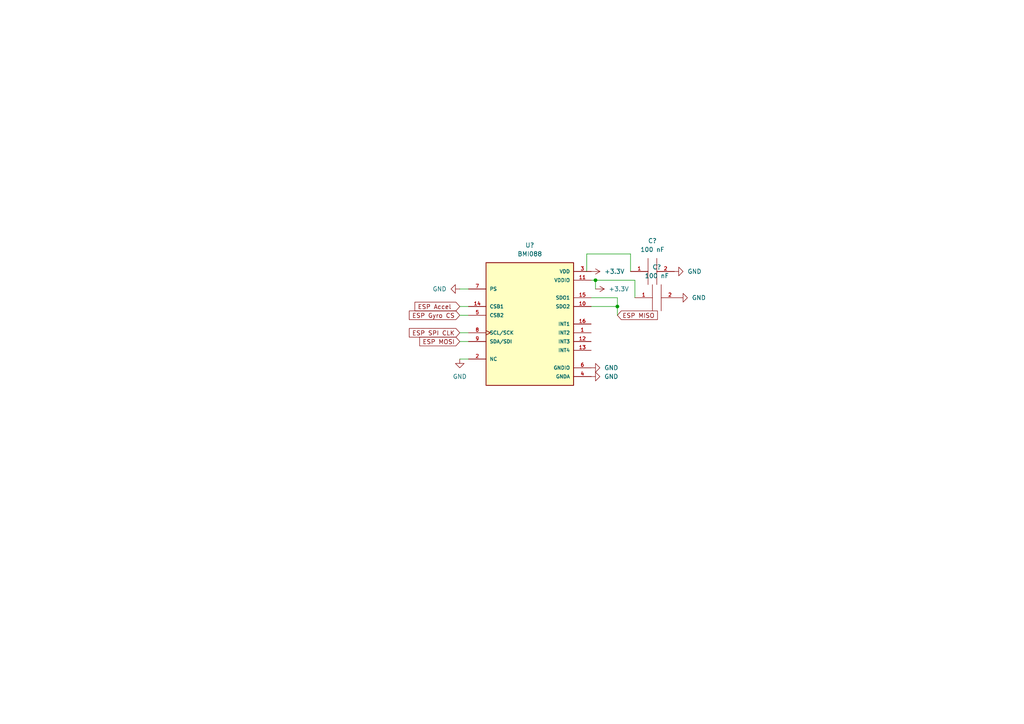
<source format=kicad_sch>
(kicad_sch (version 20211123) (generator eeschema)
  (paper "A4")
  (lib_symbols
    (symbol "BMI088:BMI088" (pin_names (offset 1.016))
      (property "Reference" "U" (at -12.7 18.415 0))
      (property "Value" "BMI088" (at -12.7 -20.32 0))
      (symbol "BMI088_0_0"
        (rectangle (start -12.7 -17.78) (end 12.7 17.78) (stroke (width 0.254)) (fill (type background)))
        (pin bidirectional line (at 17.78 -2.54 180) (length 5.08) (name "INT2") (number "1"))
        (pin output line (at 17.78 5.08 180) (length 5.08) (name "SDO2") (number "10"))
        (pin power_in line (at 17.78 12.7 180) (length 5.08) (name "VDDIO") (number "11"))
        (pin bidirectional line (at 17.78 -5.08 180) (length 5.08) (name "INT3") (number "12"))
        (pin bidirectional line (at 17.78 -7.62 180) (length 5.08) (name "INT4") (number "13"))
        (pin input line (at -17.78 5.08 0) (length 5.08) (name "CSB1") (number "14"))
        (pin output line (at 17.78 7.62 180) (length 5.08) (name "SDO1") (number "15"))
        (pin bidirectional line (at 17.78 0 180) (length 5.08) (name "INT1") (number "16"))
        (pin passive line (at -17.78 -10.16 0) (length 5.08) (name "NC") (number "2"))
        (pin power_in line (at 17.78 15.24 180) (length 5.08) (name "VDD") (number "3"))
        (pin power_in line (at 17.78 -15.24 180) (length 5.08) (name "GNDA") (number "4"))
        (pin input line (at -17.78 2.54 0) (length 5.08) (name "CSB2") (number "5"))
        (pin power_in line (at 17.78 -12.7 180) (length 5.08) (name "GNDIO") (number "6"))
        (pin input line (at -17.78 10.16 0) (length 5.08) (name "PS") (number "7"))
        (pin input clock (at -17.78 -2.54 0) (length 5.08) (name "SCL/SCK") (number "8"))
        (pin bidirectional line (at -17.78 -5.08 0) (length 5.08) (name "SDA/SDI") (number "9"))
      )
    )
    (symbol "power:+3.3V" (power) (pin_names (offset 0))
      (property "Value" "+3.3V" (at 0 3.556 0))
      (symbol "+3.3V_0_1"
        (polyline (pts (xy -0.762 1.27) (xy 0 2.54)))
        (polyline (pts (xy 0 0) (xy 0 2.54)))
        (polyline (pts (xy 0 2.54) (xy 0.762 1.27)))
      )
      (symbol "+3.3V_1_1"
        (pin power_in line (at 0 0 90) (length 0) hide (name "+3.3V") (number "1"))
      )
    )
    (symbol "power:GND" (power) (pin_names (offset 0))
      (property "Value" "GND" (at 0 -3.81 0))
      (symbol "GND_0_1"
        (polyline (pts (xy 0 0) (xy 0 -1.27) (xy 1.27 -1.27) (xy 0 -2.54) (xy -1.27 -1.27) (xy 0 -1.27)))
      )
      (symbol "GND_1_1"
        (pin power_in line (at 0 0 270) (length 0) hide (name "GND") (number "1"))
      )
    )
    (symbol "pspice:CAP" (pin_names (offset 0.254))
      (property "Reference" "C" (at 2.54 3.81 90))
      (property "Value" "CAP" (at 2.54 -3.81 90))
      (symbol "CAP_0_1"
        (polyline (pts (xy -3.81 -1.27) (xy 3.81 -1.27)))
        (polyline (pts (xy -3.81 1.27) (xy 3.81 1.27)))
      )
      (symbol "CAP_1_1"
        (pin passive line (at 0 6.35 270) (length 5.08) (name "~") (number "1"))
        (pin passive line (at 0 -6.35 90) (length 5.08) (name "~") (number "2"))
      )
    )
  )
  (junction (at 172.72 81.28))
  (junction (at 179.07 88.9))
  (wire (pts (xy 171.45 86.36) (xy 179.07 86.36)))
  (wire (pts (xy 135.89 83.82) (xy 133.35 83.82)))
  (wire (pts (xy 172.72 81.28) (xy 172.72 83.82)))
  (wire (pts (xy 135.89 88.9) (xy 133.35 88.9)))
  (wire (pts (xy 182.88 73.66) (xy 182.88 78.74)))
  (wire (pts (xy 170.18 78.74) (xy 170.18 73.66)))
  (wire (pts (xy 172.72 81.28) (xy 184.15 81.28)))
  (wire (pts (xy 171.45 81.28) (xy 172.72 81.28)))
  (wire (pts (xy 171.45 88.9) (xy 179.07 88.9)))
  (wire (pts (xy 135.89 104.14) (xy 133.35 104.14)))
  (wire (pts (xy 170.18 73.66) (xy 182.88 73.66)))
  (wire (pts (xy 135.89 99.06) (xy 133.35 99.06)))
  (wire (pts (xy 135.89 91.44) (xy 133.35 91.44)))
  (wire (pts (xy 184.15 81.28) (xy 184.15 86.36)))
  (wire (pts (xy 135.89 96.52) (xy 133.35 96.52)))
  (wire (pts (xy 179.07 86.36) (xy 179.07 88.9)))
  (wire (pts (xy 179.07 88.9) (xy 179.07 91.44)))
  (global_label "ESP Gyro CS" (shape input) (at 133.35 91.44 180) (property "Intersheet References" "${INTERSHEET_REFS}" (effects hide)))
  (global_label "ESP Accel " (shape input) (at 133.35 88.9 180) (property "Intersheet References" "${INTERSHEET_REFS}" (effects hide)))
  (global_label "ESP MISO" (shape input) (at 179.07 91.44 0) (property "Intersheet References" "${INTERSHEET_REFS}" (effects hide)))
  (global_label "ESP MOSI" (shape input) (at 133.35 99.06 180) (property "Intersheet References" "${INTERSHEET_REFS}" (effects hide)))
  (global_label "ESP SPI CLK" (shape input) (at 133.35 96.52 180) (property "Intersheet References" "${INTERSHEET_REFS}" (effects hide)))
  (symbol (lib_id "power:GND") (at 171.45 109.22 90) (unit 1)
    (property "Reference" "#PWR?" (effects hide))
    (property "Value" "GND" (at 175.26 109.2199 90) (effects (justify right)))
  )
  (symbol (lib_id "power:GND") (at 196.85 86.36 90) (unit 1)
    (property "Reference" "#PWR?" (effects hide))
    (property "Value" "GND" (at 200.66 86.3599 90) (effects (justify right)))
  )
  (symbol (lib_id "power:+3.3V") (at 172.72 83.82 270) (unit 1)
    (property "Reference" "#PWR?" (effects hide))
    (property "Value" "+3.3V" (at 176.53 83.8199 90) (effects (justify left)))
  )
  (symbol (lib_id "pspice:CAP") (at 189.23 78.74 90) (unit 1)
    (property "Reference" "C?" (at 189.23 69.85 90))
    (property "Value" "100 nF" (at 189.23 72.39 90))
  )
  (symbol (lib_id "power:GND") (at 133.35 104.14 0) (unit 1)
    (property "Reference" "#PWR?" (effects hide))
    (property "Value" "GND" (at 133.35 109.22 0))
  )
  (symbol (lib_id "power:GND") (at 171.45 106.68 90) (unit 1)
    (property "Reference" "#PWR?" (effects hide))
    (property "Value" "GND" (at 175.26 106.6799 90) (effects (justify right)))
  )
  (symbol (lib_id "power:+3.3V") (at 171.45 78.74 270) (unit 1)
    (property "Reference" "#PWR?" (effects hide))
    (property "Value" "+3.3V" (at 175.26 78.7399 90) (effects (justify left)))
  )
  (symbol (lib_id "BMI088:BMI088") (at 153.67 93.98 0) (unit 1)
    (property "Reference" "U?" (at 153.67 71.12 0))
    (property "Value" "BMI088" (at 153.67 73.66 0))
    (property "Footprint" "PQFN50P450X300X100-16N" (effects hide))
    (property "AVAILABILITY" "In Stock" (effects hide))
    (property "PRICE" "None" (effects hide))
    (property "MP" "BMI088" (effects hide))
    (property "PACKAGE" "VFLGA-16 Bosch Sensortec" (effects hide))
    (property "DESCRIPTION" "Accelerometer, Gyroscope, 6 Axis Sensor I²C, SPI Output" (effects hide))
    (property "PURCHASE-URL" "https://pricing.snapeda.com/search/part/BMI088/?ref=eda" (effects hide))
    (property "MF" "Bosch Sensortec" (effects hide))
  )
  (symbol (lib_id "pspice:CAP") (at 190.5 86.36 90) (unit 1)
    (property "Reference" "C?" (at 190.5 77.47 90))
    (property "Value" "100 nF" (at 190.5 80.01 90))
  )
  (symbol (lib_id "power:GND") (at 133.35 83.82 270) (unit 1)
    (property "Reference" "#PWR?" (effects hide))
    (property "Value" "GND" (at 129.54 83.8199 90) (effects (justify right)))
  )
  (symbol (lib_id "power:GND") (at 195.58 78.74 90) (unit 1)
    (property "Reference" "#PWR?" (effects hide))
    (property "Value" "GND" (at 199.39 78.7399 90) (effects (justify right)))
  )
)
</source>
